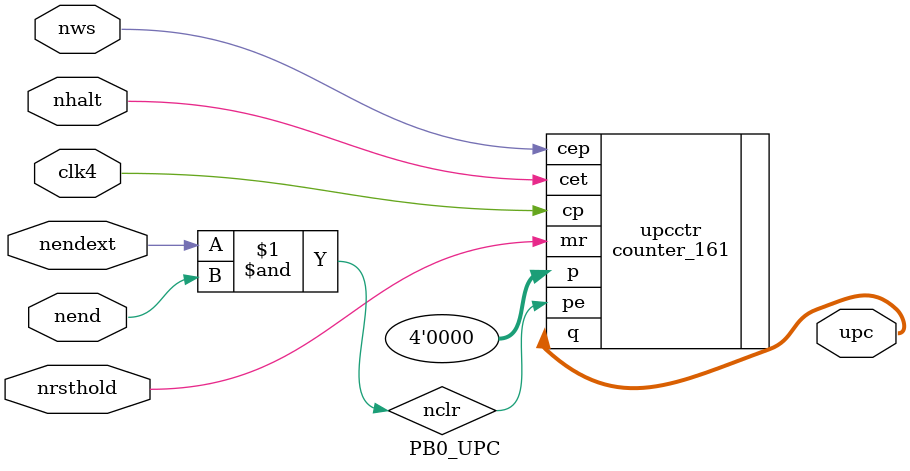
<source format=v>

`include "counter.v"
`include "buffer.v"
`include "vibrator.v"
`include "demux.v"
`include "flipflop.v"
`include "mux.v"

`timescale 1ns/1ps



module PB0_UPC(nrsthold, clk4, nhalt, nws, nend, nendext, upc);

   input 	nrsthold;
   input 	clk4;
   input 	nhalt;
   input 	nws;
   input 	nend;
   input 	nendext;
   
   output [3:0] upc;

   wire 	nclr;

   and #6 upcclr(nclr, nendext, nend);
   
   counter_161 upcctr(.mr(nrsthold),
		      .cp(clk4),
   		      .cep(nws), .cet(nhalt),
   		      .pe(nclr), .p(4'b0000),
   		      .q(upc));
   
   
endmodule // PB0_UPC

// End of file.

</source>
